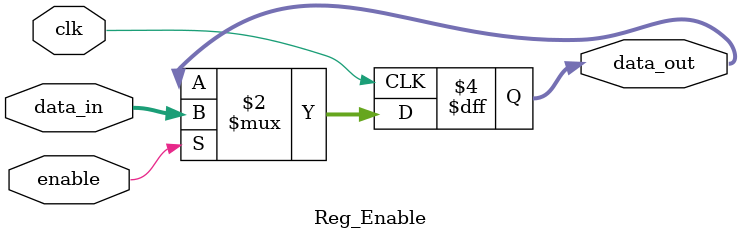
<source format=v>
module Reg_Enable(
    input clk, enable,
    input [31:0] data_in,
    output reg [31:0] data_out
);

    always @(posedge clk) begin 
        if (enable) 
				data_out <= data_in;
    end

endmodule 
</source>
